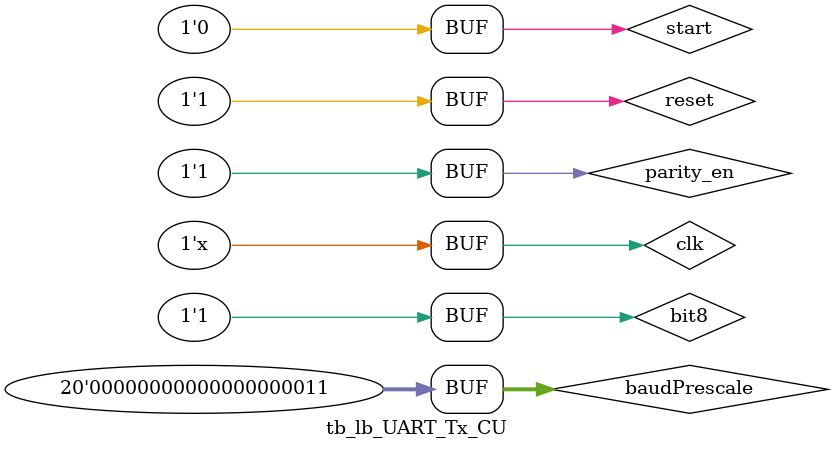
<source format=v>
`timescale 1ps / 1fs


module tb_lb_UART_Tx_CU;

	// Inputs
	reg clk;
	reg reset;
	reg start;
	reg bit8;
	reg parity_en;
	reg [19:0] baudPrescale;

	// Outputs
	wire done;
	wire load;
	wire shift;

	// Instantiate the Unit Under Test (UUT)
	lb_UART_Tx_ControlUnit uut (
		.clk(clk), 
		.reset(reset), 
		.start(start), 
		.bit8(bit8), 
		.parity_en(parity_en), 
		.baudPrescale(baudPrescale), 
		.done(done), 
		.load(load), 
		.shift(shift)
	);
	
	always
		#5 clk = ~clk;
		
	initial begin
		// Initialize Inputs
		clk = 0;
		reset = 0;
		start = 0;
		bit8 = 1;
		parity_en = 1;
		baudPrescale = 3;
		
		#15	
			reset = 1;
		#15
			start = 1;
		#15
			start = 0;
		// Wait 100 ns for global reset to finish
		#1000;
        
		// Add stimulus here

	end
      
endmodule


</source>
